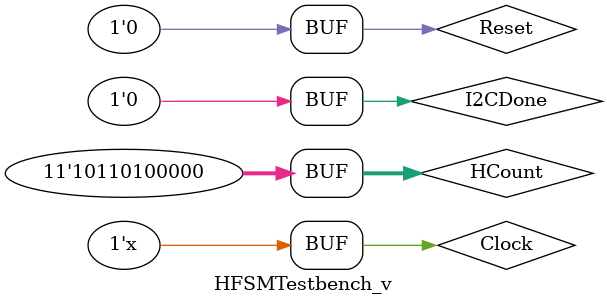
<source format=v>
`timescale 1ns / 1ps


//-----------------------------------------------------------------------
//	Section:	Defines and Constants
//-----------------------------------------------------------------------
`timescale		1 ns/1 ps		// Display things in ns, compute them in ps
`define HalfCycle	1.3935			// Half of the clock cycle time in nanoseconds
`define Cycle		(`HalfCycle * 2)	// Didn't you learn to multiply?
`define ActiveCycles	65536			// Change this to hold the buttons down for longer!
//-----------------------------------------------------------------------

module HFSMTestbench_v;

	// Inputs
	reg Clock;
	reg Reset;
	reg [10:0] HCount;
	reg I2CDone;
		
	// Outputs
	wire CntCtrl;
	wire [1:0] HMuxControl;
	wire [2:0] State;

	//---------------------------------------------------------------
	//	Clock Source
	//		This section will generate a clock signal,
	//		turning it on and off according the HalfCycle
	//		time, in this case it will generate a 27MHz clock
	//		THIS COULD NEVER BE SYNTHESIZED
	//---------------------------------------------------------------
	initial Clock =		1'b1;		// We need to start at 1'b0, otherwise clock will always be 1'bx
	always #(`HalfCycle) Clock =	~Clock;	// Every half clock cycle, invert the clock
	//---------------------------------------------------------------

	// Instantiate the Unit Under Test (UUT)
	HFSM uut (
		.Clock(Clock), 
		.Reset(Reset), 
		.HCount(HCount), 
		.I2CDone(I2CDone), 
		.HMuxControl(HMuxControl),
		.CntCtrl(CntCtrl),
		.State(State)
	);

	initial begin
		// Initialize Inputs
		Reset = 0;
		HCount = 0;
		I2CDone = 0;

		// Wait 100 ns for global reset to finish
		#(`Cycle * 20);
		// Add stimulus here
		
		//Reset
		#(`Cycle);
		Reset = 1'b1;
		#(`Cycle);
		Reset = 1'b0;
		#(`Cycle);
		
		//Init -> EAV
		#(`Cycle);
		I2CDone = 1'b1;
		#(`Cycle);
		I2CDone = 1'b0;
		#(`Cycle);
		
		//EAV -> HorizontalBlanking
		#(`Cycle);
		HCount = 11'd1444;
		#(`Cycle);
		HCount = 11'd1448;
		#(`Cycle);
		
		//HorizontalBlanking -> SAV
		#(`Cycle);
		HCount = 11'd1680;
		#(`Cycle);
		HCount = 11'd1708;
		#(`Cycle);
		
		//SAV -> EarlyIn
		#(`Cycle);
		HCount = 11'd1715;
		
		//EarlyIn -> ActivePortion
		#(`Cycle);
		HCount = 11'd0;
		#(`Cycle);
		
		//ActivePortion -> EarlyEnd
		#(`Cycle);
		HCount = 11'd1420;
		#(`Cycle);
		HCount = 11'd1439;
		#(`Cycle);
		
		//EarlyEnd -> EAV
		HCount = 11'd1440;
		
		/*
		//Init -> EAV
		#(`Cycle);
		I2CDone = 1'b1;
		#(`Cycle);
		I2CDone = 1'b0;
		#(`Cycle);
		
		//EAV -> HorizontalBlanking
		#(`Cycle);
		HCount = 9'd361;
		#(`Cycle);
		HCount = 9'd362;
		#(`Cycle);
		
		//HorizontalBlanking -> SAV
		#(`Cycle);
		HCount = 9'd420;
		#(`Cycle);
		HCount = 9'd427;
		#(`Cycle);
		
		//SAV -> ActivePortion
		#(`Cycle);
		HCount = 9'd430;
		#(`Cycle);
		HCount = 9'd0;
		#(`Cycle);
		
		//ActivePortion -> EAV
		#(`Cycle);
		HCount = 9'd355;
		#(`Cycle);
		HCount = 9'd360;
		#(`Cycle);
		*/
	end
      
endmodule


</source>
